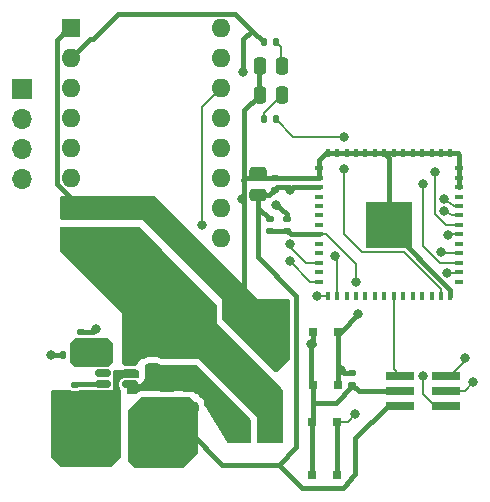
<source format=gbr>
%TF.GenerationSoftware,KiCad,Pcbnew,7.0.6*%
%TF.CreationDate,2023-09-28T21:06:28-04:00*%
%TF.ProjectId,Welder_Knob,57656c64-6572-45f4-9b6e-6f622e6b6963,rev?*%
%TF.SameCoordinates,Original*%
%TF.FileFunction,Copper,L1,Top*%
%TF.FilePolarity,Positive*%
%FSLAX46Y46*%
G04 Gerber Fmt 4.6, Leading zero omitted, Abs format (unit mm)*
G04 Created by KiCad (PCBNEW 7.0.6) date 2023-09-28 21:06:28*
%MOMM*%
%LPD*%
G01*
G04 APERTURE LIST*
G04 Aperture macros list*
%AMRoundRect*
0 Rectangle with rounded corners*
0 $1 Rounding radius*
0 $2 $3 $4 $5 $6 $7 $8 $9 X,Y pos of 4 corners*
0 Add a 4 corners polygon primitive as box body*
4,1,4,$2,$3,$4,$5,$6,$7,$8,$9,$2,$3,0*
0 Add four circle primitives for the rounded corners*
1,1,$1+$1,$2,$3*
1,1,$1+$1,$4,$5*
1,1,$1+$1,$6,$7*
1,1,$1+$1,$8,$9*
0 Add four rect primitives between the rounded corners*
20,1,$1+$1,$2,$3,$4,$5,0*
20,1,$1+$1,$4,$5,$6,$7,0*
20,1,$1+$1,$6,$7,$8,$9,0*
20,1,$1+$1,$8,$9,$2,$3,0*%
G04 Aperture macros list end*
%TA.AperFunction,SMDPad,CuDef*%
%ADD10R,2.400000X0.740000*%
%TD*%
%TA.AperFunction,ComponentPad*%
%ADD11R,1.600000X1.600000*%
%TD*%
%TA.AperFunction,ComponentPad*%
%ADD12O,1.600000X1.600000*%
%TD*%
%TA.AperFunction,SMDPad,CuDef*%
%ADD13RoundRect,0.250000X0.475000X-0.250000X0.475000X0.250000X-0.475000X0.250000X-0.475000X-0.250000X0*%
%TD*%
%TA.AperFunction,SMDPad,CuDef*%
%ADD14R,0.750000X0.700000*%
%TD*%
%TA.AperFunction,SMDPad,CuDef*%
%ADD15RoundRect,0.135000X0.135000X0.185000X-0.135000X0.185000X-0.135000X-0.185000X0.135000X-0.185000X0*%
%TD*%
%TA.AperFunction,SMDPad,CuDef*%
%ADD16RoundRect,0.140000X0.170000X-0.140000X0.170000X0.140000X-0.170000X0.140000X-0.170000X-0.140000X0*%
%TD*%
%TA.AperFunction,SMDPad,CuDef*%
%ADD17RoundRect,0.250000X-0.250000X-0.475000X0.250000X-0.475000X0.250000X0.475000X-0.250000X0.475000X0*%
%TD*%
%TA.AperFunction,SMDPad,CuDef*%
%ADD18RoundRect,0.140000X-0.170000X0.140000X-0.170000X-0.140000X0.170000X-0.140000X0.170000X0.140000X0*%
%TD*%
%TA.AperFunction,SMDPad,CuDef*%
%ADD19R,0.800000X0.400000*%
%TD*%
%TA.AperFunction,SMDPad,CuDef*%
%ADD20R,0.400000X0.800000*%
%TD*%
%TA.AperFunction,SMDPad,CuDef*%
%ADD21R,4.000000X4.000000*%
%TD*%
%TA.AperFunction,SMDPad,CuDef*%
%ADD22RoundRect,0.225000X-0.250000X0.225000X-0.250000X-0.225000X0.250000X-0.225000X0.250000X0.225000X0*%
%TD*%
%TA.AperFunction,SMDPad,CuDef*%
%ADD23RoundRect,0.135000X-0.135000X-0.185000X0.135000X-0.185000X0.135000X0.185000X-0.135000X0.185000X0*%
%TD*%
%TA.AperFunction,SMDPad,CuDef*%
%ADD24RoundRect,0.135000X-0.185000X0.135000X-0.185000X-0.135000X0.185000X-0.135000X0.185000X0.135000X0*%
%TD*%
%TA.AperFunction,ComponentPad*%
%ADD25R,1.700000X1.700000*%
%TD*%
%TA.AperFunction,ComponentPad*%
%ADD26O,1.700000X1.700000*%
%TD*%
%TA.AperFunction,SMDPad,CuDef*%
%ADD27R,2.350000X3.500000*%
%TD*%
%TA.AperFunction,SMDPad,CuDef*%
%ADD28RoundRect,0.250000X1.500000X0.550000X-1.500000X0.550000X-1.500000X-0.550000X1.500000X-0.550000X0*%
%TD*%
%TA.AperFunction,SMDPad,CuDef*%
%ADD29RoundRect,0.150000X0.512500X0.150000X-0.512500X0.150000X-0.512500X-0.150000X0.512500X-0.150000X0*%
%TD*%
%TA.AperFunction,SMDPad,CuDef*%
%ADD30RoundRect,0.135000X0.185000X-0.135000X0.185000X0.135000X-0.185000X0.135000X-0.185000X-0.135000X0*%
%TD*%
%TA.AperFunction,ViaPad*%
%ADD31C,0.800000*%
%TD*%
%TA.AperFunction,Conductor*%
%ADD32C,0.400000*%
%TD*%
%TA.AperFunction,Conductor*%
%ADD33C,0.200000*%
%TD*%
G04 APERTURE END LIST*
D10*
%TO.P,J8,1,Pin_1*%
%TO.N,ESP_EN*%
X158450000Y-94270000D03*
%TO.P,J8,2,Pin_2*%
%TO.N,+3.3V*%
X154550000Y-94270000D03*
%TO.P,J8,3,Pin_3*%
%TO.N,ESP_TXD*%
X158450000Y-93000000D03*
%TO.P,J8,4,Pin_4*%
%TO.N,GND*%
X154550000Y-93000000D03*
%TO.P,J8,5,Pin_5*%
%TO.N,ESP_RXD*%
X158450000Y-91730000D03*
%TO.P,J8,6,Pin_6*%
%TO.N,ESP_IO0*%
X154550000Y-91730000D03*
%TD*%
D11*
%TO.P,A7,1,GND*%
%TO.N,GND*%
X126660000Y-62300000D03*
D12*
%TO.P,A7,2,VDD*%
%TO.N,+3.3V*%
X126660000Y-64840000D03*
%TO.P,A7,3,1B*%
%TO.N,M_1B*%
X126660000Y-67380000D03*
%TO.P,A7,4,1A*%
%TO.N,M_1A*%
X126660000Y-69920000D03*
%TO.P,A7,5,2A*%
%TO.N,M_2A*%
X126660000Y-72460000D03*
%TO.P,A7,6,2B*%
%TO.N,M_2B*%
X126660000Y-75000000D03*
%TO.P,A7,7,GND*%
%TO.N,GND*%
X126660000Y-77540000D03*
%TO.P,A7,8,VMOT*%
%TO.N,+12V*%
X126660000Y-80080000D03*
%TO.P,A7,9,~{ENABLE}*%
%TO.N,MOT_EN*%
X139360000Y-80080000D03*
%TO.P,A7,10,MS1*%
%TO.N,MS1*%
X139360000Y-77540000D03*
%TO.P,A7,11,MS2*%
%TO.N,MS2*%
X139360000Y-75000000D03*
%TO.P,A7,12,MS3*%
%TO.N,MS3*%
X139360000Y-72460000D03*
%TO.P,A7,13,~{RESET}*%
%TO.N,MOT_RST*%
X139360000Y-69920000D03*
%TO.P,A7,14,~{SLEEP}*%
%TO.N,MOT_SLEEP*%
X139360000Y-67380000D03*
%TO.P,A7,15,STEP*%
%TO.N,MOT_STEP*%
X139360000Y-64840000D03*
%TO.P,A7,16,DIR*%
%TO.N,MOT_DIR*%
X139360000Y-62300000D03*
%TD*%
D13*
%TO.P,C11,1*%
%TO.N,+3.3V*%
X142500000Y-76430000D03*
%TO.P,C11,2*%
%TO.N,GND*%
X142500000Y-74530000D03*
%TD*%
%TO.P,C10,1*%
%TO.N,+3.3V*%
X136750000Y-94450000D03*
%TO.P,C10,2*%
%TO.N,GND*%
X136750000Y-92550000D03*
%TD*%
%TO.P,C9,1*%
%TO.N,+3.3V*%
X134800000Y-94450000D03*
%TO.P,C9,2*%
%TO.N,GND*%
X134800000Y-92550000D03*
%TD*%
D14*
%TO.P,SW7,1,1*%
%TO.N,GND*%
X147125000Y-92500000D03*
X147125000Y-88000000D03*
%TO.P,SW7,2,2*%
%TO.N,ESP_EN*%
X149275000Y-92500000D03*
X149275000Y-88000000D03*
%TD*%
D15*
%TO.P,R11,1*%
%TO.N,S_LED*%
X144010000Y-70000000D03*
%TO.P,R11,2*%
%TO.N,Net-(D8-A)*%
X142990000Y-70000000D03*
%TD*%
D16*
%TO.P,C13,1*%
%TO.N,ESP_EN*%
X145000000Y-79450000D03*
%TO.P,C13,2*%
%TO.N,GND*%
X145000000Y-78490000D03*
%TD*%
D17*
%TO.P,D7,1,K*%
%TO.N,GND*%
X142650000Y-65540000D03*
%TO.P,D7,2,A*%
%TO.N,Net-(D7-A)*%
X144550000Y-65540000D03*
%TD*%
D16*
%TO.P,C12,1*%
%TO.N,+3.3V*%
X143940000Y-75960000D03*
%TO.P,C12,2*%
%TO.N,GND*%
X143940000Y-75000000D03*
%TD*%
D18*
%TO.P,C14,1*%
%TO.N,ESP_EN*%
X150500000Y-91520000D03*
%TO.P,C14,2*%
%TO.N,GND*%
X150500000Y-92480000D03*
%TD*%
D19*
%TO.P,IC7,1,GND_1*%
%TO.N,GND*%
X147700000Y-74150000D03*
%TO.P,IC7,2,GND_2*%
X147700000Y-74950000D03*
%TO.P,IC7,3,3V3*%
%TO.N,+3.3V*%
X147700000Y-75750000D03*
%TO.P,IC7,4,I36*%
%TO.N,unconnected-(IC7-I36-Pad4)*%
X147700000Y-76550000D03*
%TO.P,IC7,5,I37*%
%TO.N,unconnected-(IC7-I37-Pad5)*%
X147700000Y-77350000D03*
%TO.P,IC7,6,I38*%
%TO.N,unconnected-(IC7-I38-Pad6)*%
X147700000Y-78150000D03*
%TO.P,IC7,7,I39*%
%TO.N,unconnected-(IC7-I39-Pad7)*%
X147700000Y-78950000D03*
%TO.P,IC7,8,EN*%
%TO.N,ESP_EN*%
X147700000Y-79750000D03*
%TO.P,IC7,9,I34*%
%TO.N,unconnected-(IC7-I34-Pad9)*%
X147700000Y-80550000D03*
%TO.P,IC7,10,I35*%
%TO.N,unconnected-(IC7-I35-Pad10)*%
X147700000Y-81350000D03*
%TO.P,IC7,11,IO32*%
%TO.N,MS3*%
X147700000Y-82150000D03*
%TO.P,IC7,12,IO33*%
%TO.N,unconnected-(IC7-IO33-Pad12)*%
X147700000Y-82950000D03*
%TO.P,IC7,13,IO25*%
%TO.N,MS2*%
X147700000Y-83750000D03*
D20*
%TO.P,IC7,14,IO26*%
%TO.N,MOT_RST*%
X148400000Y-85000000D03*
%TO.P,IC7,15,IO27*%
%TO.N,MS1*%
X149200000Y-85000000D03*
%TO.P,IC7,16,IO14*%
%TO.N,unconnected-(IC7-IO14-Pad16)*%
X150000000Y-85000000D03*
%TO.P,IC7,17,IO12*%
%TO.N,unconnected-(IC7-IO12-Pad17)*%
X150800000Y-85000000D03*
%TO.P,IC7,18,IO13*%
%TO.N,POT*%
X151600000Y-85000000D03*
%TO.P,IC7,19,IO15*%
%TO.N,unconnected-(IC7-IO15-Pad19)*%
X152400000Y-85000000D03*
%TO.P,IC7,20,IO2*%
%TO.N,unconnected-(IC7-IO2-Pad20)*%
X153200000Y-85000000D03*
%TO.P,IC7,21,IO0*%
%TO.N,ESP_IO0*%
X154000000Y-85000000D03*
%TO.P,IC7,22,IO4*%
%TO.N,unconnected-(IC7-IO4-Pad22)*%
X154800000Y-85000000D03*
%TO.P,IC7,23,NC*%
%TO.N,unconnected-(IC7-NC-Pad23)*%
X155600000Y-85000000D03*
%TO.P,IC7,24,NC*%
%TO.N,unconnected-(IC7-NC-Pad24)*%
X156400000Y-85000000D03*
%TO.P,IC7,25,IO9*%
%TO.N,unconnected-(IC7-IO9-Pad25)*%
X157200000Y-85000000D03*
%TO.P,IC7,26,IO10*%
%TO.N,S_LED*%
X158000000Y-85000000D03*
%TO.P,IC7,27,GND*%
%TO.N,GND*%
X158800000Y-85000000D03*
D19*
%TO.P,IC7,28,NC*%
%TO.N,unconnected-(IC7-NC-Pad28)*%
X159500000Y-83750000D03*
%TO.P,IC7,29,IO5*%
%TO.N,Button*%
X159500000Y-82950000D03*
%TO.P,IC7,30,IO18*%
%TO.N,MOT_STEP*%
X159500000Y-82150000D03*
%TO.P,IC7,31,IO23*%
%TO.N,MOT_EN*%
X159500000Y-81350000D03*
%TO.P,IC7,32,IO19*%
%TO.N,unconnected-(IC7-IO19-Pad32)*%
X159500000Y-80550000D03*
%TO.P,IC7,33,IO22*%
%TO.N,MOT_SLEEP*%
X159500000Y-79750000D03*
%TO.P,IC7,34,IO21*%
%TO.N,MOT_DIR*%
X159500000Y-78950000D03*
%TO.P,IC7,35,RXD0*%
%TO.N,ESP_RXD*%
X159500000Y-78150000D03*
%TO.P,IC7,36,TXD0*%
%TO.N,ESP_TXD*%
X159500000Y-77350000D03*
%TO.P,IC7,37,NC*%
%TO.N,unconnected-(IC7-NC-Pad37)*%
X159500000Y-76550000D03*
%TO.P,IC7,38,GND*%
%TO.N,GND*%
X159500000Y-75750000D03*
%TO.P,IC7,39,GND*%
X159500000Y-74950000D03*
%TO.P,IC7,40,GND*%
X159500000Y-74150000D03*
D20*
%TO.P,IC7,41,GND*%
X158800000Y-72900000D03*
%TO.P,IC7,42,GND*%
X158000000Y-72900000D03*
%TO.P,IC7,43,GND*%
X157200000Y-72900000D03*
%TO.P,IC7,44,GND*%
X156400000Y-72900000D03*
%TO.P,IC7,45,GND*%
X155600000Y-72900000D03*
%TO.P,IC7,46,GND*%
X154800000Y-72900000D03*
%TO.P,IC7,47,GND*%
X154000000Y-72900000D03*
%TO.P,IC7,48,GND*%
X153200000Y-72900000D03*
%TO.P,IC7,49,GND*%
X152400000Y-72900000D03*
%TO.P,IC7,50,GND*%
X151600000Y-72900000D03*
%TO.P,IC7,51,GND*%
X150800000Y-72900000D03*
%TO.P,IC7,52,GND*%
X150000000Y-72900000D03*
%TO.P,IC7,53,GND*%
X149200000Y-72900000D03*
%TO.P,IC7,54,GND*%
X148400000Y-72900000D03*
D21*
%TO.P,IC7,55,GND*%
X153600000Y-78950000D03*
%TD*%
D22*
%TO.P,C7,1*%
%TO.N,+12V*%
X133600000Y-89525000D03*
%TO.P,C7,2*%
%TO.N,GND*%
X133600000Y-91075000D03*
%TD*%
D23*
%TO.P,R7,1*%
%TO.N,+3.3V*%
X125990000Y-90000000D03*
%TO.P,R7,2*%
%TO.N,/FB*%
X127010000Y-90000000D03*
%TD*%
D24*
%TO.P,R10,1*%
%TO.N,+3.3V*%
X143500000Y-78490000D03*
%TO.P,R10,2*%
%TO.N,ESP_EN*%
X143500000Y-79510000D03*
%TD*%
D25*
%TO.P,J9,1,Pin_1*%
%TO.N,M_1B*%
X122500000Y-67460000D03*
D26*
%TO.P,J9,2,Pin_2*%
%TO.N,M_1A*%
X122500000Y-70000000D03*
%TO.P,J9,3,Pin_3*%
%TO.N,M_2A*%
X122500000Y-72540000D03*
%TO.P,J9,4,Pin_4*%
%TO.N,M_2B*%
X122500000Y-75080000D03*
%TD*%
D18*
%TO.P,C8,1*%
%TO.N,/BST*%
X127000000Y-92520000D03*
%TO.P,C8,2*%
%TO.N,/SW*%
X127000000Y-93480000D03*
%TD*%
D17*
%TO.P,D8,1,K*%
%TO.N,GND*%
X142650000Y-67950000D03*
%TO.P,D8,2,A*%
%TO.N,Net-(D8-A)*%
X144550000Y-67950000D03*
%TD*%
D27*
%TO.P,L7,1*%
%TO.N,/SW*%
X126887500Y-97500000D03*
%TO.P,L7,2*%
%TO.N,+3.3V*%
X132937500Y-97500000D03*
%TD*%
D28*
%TO.P,C16,1*%
%TO.N,GND*%
X142800000Y-86500000D03*
%TO.P,C16,2*%
%TO.N,+12V*%
X137200000Y-86500000D03*
%TD*%
D25*
%TO.P,J7,1,Pin_1*%
%TO.N,+12V*%
X143490000Y-96325000D03*
D26*
%TO.P,J7,2,Pin_2*%
%TO.N,GND*%
X140950000Y-96325000D03*
%TD*%
D29*
%TO.P,U7,1,GND*%
%TO.N,GND*%
X131637500Y-92450000D03*
%TO.P,U7,2,SW*%
%TO.N,/SW*%
X131637500Y-91500000D03*
%TO.P,U7,3,VIN*%
%TO.N,+12V*%
X131637500Y-90550000D03*
%TO.P,U7,4,FB*%
%TO.N,/FB*%
X129362500Y-90550000D03*
%TO.P,U7,5,EN*%
%TO.N,3.3V_EN*%
X129362500Y-91500000D03*
%TO.P,U7,6,BST*%
%TO.N,/BST*%
X129362500Y-92450000D03*
%TD*%
D14*
%TO.P,SW8,1,1*%
%TO.N,GND*%
X147075000Y-100150000D03*
X147075000Y-95650000D03*
%TO.P,SW8,2,2*%
%TO.N,Button*%
X149225000Y-100150000D03*
X149225000Y-95650000D03*
%TD*%
D30*
%TO.P,R8,1*%
%TO.N,/FB*%
X127500000Y-89010000D03*
%TO.P,R8,2*%
%TO.N,GND*%
X127500000Y-87990000D03*
%TD*%
D23*
%TO.P,R9,1*%
%TO.N,+3.3V*%
X143000000Y-63500000D03*
%TO.P,R9,2*%
%TO.N,Net-(D7-A)*%
X144020000Y-63500000D03*
%TD*%
D31*
%TO.N,GND*%
X143800000Y-90050000D03*
X140100000Y-94300000D03*
X139300000Y-94500000D03*
X139500000Y-93700000D03*
X147000000Y-89000000D03*
X138900000Y-93100000D03*
X141183724Y-76794480D03*
X144000000Y-77250000D03*
X143400000Y-88650000D03*
X144000000Y-89250000D03*
X142600000Y-88850000D03*
X138300000Y-92500000D03*
X128750000Y-87750000D03*
X138700000Y-93900000D03*
X144600000Y-89850000D03*
X138100000Y-93300000D03*
X142800000Y-88050000D03*
X143200000Y-89450000D03*
%TO.N,+3.3V*%
X135200000Y-95700000D03*
X141250000Y-66000000D03*
X125000000Y-90000000D03*
X145250000Y-76000000D03*
%TO.N,MOT_EN*%
X158000000Y-81250000D03*
%TO.N,MOT_RST*%
X147500000Y-85000000D03*
%TO.N,MOT_SLEEP*%
X158600000Y-79800000D03*
X137750000Y-79000000D03*
%TO.N,MOT_STEP*%
X156500000Y-75500000D03*
%TO.N,MOT_DIR*%
X157500000Y-74500000D03*
%TO.N,ESP_EN*%
X156500000Y-91750000D03*
X151000000Y-86500000D03*
X150800000Y-83800000D03*
X149500000Y-91250000D03*
%TO.N,Button*%
X150750000Y-95000000D03*
X158500000Y-83000000D03*
%TO.N,S_LED*%
X149750000Y-74250000D03*
X149750000Y-71500000D03*
%TO.N,ESP_RXD*%
X158250000Y-77750000D03*
X160000000Y-90250000D03*
%TO.N,ESP_TXD*%
X160750000Y-92250000D03*
X158250000Y-76750000D03*
%TO.N,MS1*%
X149000000Y-81600000D03*
%TO.N,MS2*%
X145200000Y-82000000D03*
%TO.N,MS3*%
X145200000Y-80600000D03*
%TD*%
D32*
%TO.N,GND*%
X141300000Y-84450000D02*
X141250000Y-84500000D01*
X141250000Y-75150000D02*
X141300000Y-75200000D01*
X141300000Y-75200000D02*
X141300000Y-84450000D01*
X141300000Y-69250000D02*
X141300000Y-75100000D01*
X142550000Y-68000000D02*
X141300000Y-69250000D01*
X141300000Y-75100000D02*
X141250000Y-75150000D01*
X141400000Y-75000000D02*
X141250000Y-75150000D01*
X141400000Y-75000000D02*
X142500000Y-75000000D01*
%TO.N,+3.3V*%
X143470000Y-76430000D02*
X143940000Y-75960000D01*
X142500000Y-76430000D02*
X143470000Y-76430000D01*
X142500000Y-77500000D02*
X142500000Y-76430000D01*
%TO.N,GND*%
X142500000Y-75000000D02*
X143940000Y-75000000D01*
X126660000Y-62300000D02*
X126450000Y-62300000D01*
X148250000Y-72900000D02*
X147700000Y-73450000D01*
X143940000Y-75000000D02*
X147650000Y-75000000D01*
X127500000Y-87990000D02*
X128510000Y-87990000D01*
X128510000Y-87990000D02*
X128750000Y-87750000D01*
X147125000Y-88000000D02*
X147200000Y-88000000D01*
X147200000Y-88800000D02*
X147000000Y-89000000D01*
X158800000Y-72900000D02*
X159400000Y-72900000D01*
X127712943Y-77750000D02*
X127750000Y-77750000D01*
X153600000Y-78950000D02*
X153600000Y-73300000D01*
X145000000Y-78000000D02*
X144000000Y-77250000D01*
X149093675Y-94000000D02*
X150500000Y-92593675D01*
X143500000Y-86500000D02*
X142800000Y-86500000D01*
X125460000Y-63290000D02*
X125460000Y-75497057D01*
X147000000Y-89000000D02*
X147000000Y-92375000D01*
X151020000Y-93000000D02*
X154550000Y-93000000D01*
X147125000Y-89125000D02*
X147000000Y-89000000D01*
X125460000Y-75497057D02*
X127712943Y-77750000D01*
X147075000Y-95650000D02*
X147075000Y-100150000D01*
X126450000Y-62300000D02*
X125460000Y-63290000D01*
X153600000Y-79231371D02*
X153600000Y-78950000D01*
X145000000Y-78490000D02*
X145000000Y-78000000D01*
X147650000Y-75000000D02*
X147700000Y-74950000D01*
X147125000Y-94000000D02*
X147125000Y-95600000D01*
X150500000Y-92480000D02*
X151020000Y-93000000D01*
X148400000Y-72900000D02*
X148250000Y-72900000D01*
X147125000Y-95600000D02*
X147075000Y-95650000D01*
X159400000Y-72900000D02*
X159500000Y-73000000D01*
X150500000Y-92593675D02*
X150500000Y-92480000D01*
X147200000Y-88000000D02*
X147200000Y-88800000D01*
X158800000Y-84431371D02*
X153600000Y-79231371D01*
X147700000Y-73450000D02*
X147700000Y-74150000D01*
X159500000Y-73000000D02*
X159500000Y-74150000D01*
X147125000Y-92500000D02*
X147125000Y-94000000D01*
X147000000Y-89000000D02*
X147250000Y-89000000D01*
X158800000Y-85000000D02*
X158800000Y-84431371D01*
X142550000Y-65500000D02*
X142550000Y-68000000D01*
X147125000Y-94000000D02*
X149093675Y-94000000D01*
X158800000Y-72900000D02*
X148400000Y-72900000D01*
X153600000Y-73300000D02*
X153200000Y-72900000D01*
X147000000Y-92375000D02*
X147125000Y-92500000D01*
X159500000Y-75750000D02*
X159500000Y-74150000D01*
X147700000Y-74950000D02*
X147700000Y-74150000D01*
%TO.N,+3.3V*%
X144250000Y-99250000D02*
X139500000Y-99250000D01*
X130650000Y-61100000D02*
X140600000Y-61100000D01*
X146200000Y-101200000D02*
X144250000Y-99250000D01*
X125990000Y-90000000D02*
X125000000Y-90000000D01*
X144150000Y-75750000D02*
X143940000Y-75960000D01*
X154550000Y-94270000D02*
X153480000Y-94270000D01*
X147700000Y-75750000D02*
X145500000Y-75750000D01*
X143500000Y-78490000D02*
X143490000Y-78490000D01*
X142500000Y-77500000D02*
X142500000Y-81700000D01*
X150400000Y-100400000D02*
X150400000Y-100500000D01*
X149700000Y-101200000D02*
X146200000Y-101200000D01*
X128500000Y-63250000D02*
X130650000Y-61100000D01*
X145250000Y-76000000D02*
X145000000Y-75750000D01*
X126660000Y-64840000D02*
X128250000Y-63250000D01*
X141250000Y-63250000D02*
X141250000Y-66000000D01*
X150400000Y-100500000D02*
X149700000Y-101200000D01*
X150750000Y-97000000D02*
X150750000Y-100050000D01*
X140600000Y-61100000D02*
X142000000Y-62500000D01*
X145000000Y-75750000D02*
X144150000Y-75750000D01*
X139500000Y-99250000D02*
X136750000Y-96500000D01*
X145500000Y-75750000D02*
X145250000Y-76000000D01*
X128250000Y-63250000D02*
X128500000Y-63250000D01*
X145750000Y-97750000D02*
X144250000Y-99250000D01*
X142000000Y-62500000D02*
X143000000Y-63500000D01*
X150750000Y-100050000D02*
X150400000Y-100400000D01*
X142000000Y-62500000D02*
X141250000Y-63250000D01*
X143490000Y-78490000D02*
X142500000Y-77500000D01*
X145750000Y-84950000D02*
X145750000Y-97750000D01*
X142500000Y-81700000D02*
X145750000Y-84950000D01*
X153480000Y-94270000D02*
X150750000Y-97000000D01*
D33*
%TO.N,MOT_EN*%
X158100000Y-81350000D02*
X158000000Y-81250000D01*
X159500000Y-81350000D02*
X158100000Y-81350000D01*
%TO.N,MOT_RST*%
X148400000Y-85000000D02*
X147500000Y-85000000D01*
%TO.N,MOT_SLEEP*%
X137750000Y-68990000D02*
X137750000Y-79000000D01*
X158650000Y-79750000D02*
X158600000Y-79800000D01*
X139360000Y-67380000D02*
X137750000Y-68990000D01*
X159500000Y-79750000D02*
X158650000Y-79750000D01*
%TO.N,MOT_STEP*%
X156500000Y-80739950D02*
X156500000Y-75500000D01*
X159500000Y-82150000D02*
X157910050Y-82150000D01*
X157910050Y-82150000D02*
X156500000Y-80739950D01*
%TO.N,MOT_DIR*%
X159500000Y-78950000D02*
X158460050Y-78950000D01*
X158460050Y-78950000D02*
X157500000Y-77989950D01*
X157500000Y-77989950D02*
X157500000Y-74500000D01*
D32*
%TO.N,/BST*%
X127070000Y-92450000D02*
X127000000Y-92520000D01*
X129362500Y-92450000D02*
X127070000Y-92450000D01*
%TO.N,ESP_EN*%
X149500000Y-88000000D02*
X151000000Y-86500000D01*
X145300000Y-79750000D02*
X147700000Y-79750000D01*
D33*
X150800000Y-82250000D02*
X148300000Y-79750000D01*
D32*
X143500000Y-79510000D02*
X144940000Y-79510000D01*
X149275000Y-92500000D02*
X149275000Y-88000000D01*
D33*
X156500000Y-91750000D02*
X156500000Y-93250000D01*
D32*
X149770000Y-91520000D02*
X149500000Y-91250000D01*
X149275000Y-88000000D02*
X149500000Y-88000000D01*
D33*
X150800000Y-83800000D02*
X150800000Y-82250000D01*
D32*
X145000000Y-79450000D02*
X145300000Y-79750000D01*
D33*
X156500000Y-93250000D02*
X157520000Y-94270000D01*
X148300000Y-79750000D02*
X147700000Y-79750000D01*
X157520000Y-94270000D02*
X158450000Y-94270000D01*
D32*
X144940000Y-79510000D02*
X145000000Y-79450000D01*
X150500000Y-91520000D02*
X149770000Y-91520000D01*
%TO.N,Button*%
X149225000Y-100150000D02*
X149225000Y-95650000D01*
D33*
X149225000Y-95650000D02*
X150100000Y-95650000D01*
X159500000Y-82950000D02*
X159500000Y-83000000D01*
X149250000Y-95650000D02*
X149400000Y-95800000D01*
X150100000Y-95650000D02*
X150750000Y-95000000D01*
X149225000Y-95650000D02*
X149250000Y-95650000D01*
X159500000Y-83000000D02*
X158500000Y-83000000D01*
%TO.N,ESP_IO0*%
X154000000Y-91180000D02*
X154550000Y-91730000D01*
X154000000Y-85000000D02*
X154000000Y-91180000D01*
%TO.N,S_LED*%
X145510000Y-71500000D02*
X149750000Y-71500000D01*
X158000000Y-84400000D02*
X154850000Y-81250000D01*
X144010000Y-70000000D02*
X145510000Y-71500000D01*
X154850000Y-81250000D02*
X151300000Y-81250000D01*
X149750000Y-79700000D02*
X149750000Y-74250000D01*
X158000000Y-85000000D02*
X158000000Y-84400000D01*
X151300000Y-81250000D02*
X149750000Y-79700000D01*
%TO.N,ESP_RXD*%
X158770000Y-91730000D02*
X158450000Y-91730000D01*
X158900000Y-78150000D02*
X158250000Y-77750000D01*
X160000000Y-90250000D02*
X160000000Y-90500000D01*
X159500000Y-78150000D02*
X158900000Y-78150000D01*
X160000000Y-90500000D02*
X158770000Y-91730000D01*
%TO.N,ESP_TXD*%
X159500000Y-77350000D02*
X159100000Y-77350000D01*
X159100000Y-77350000D02*
X158250000Y-76750000D01*
X160000000Y-93000000D02*
X160750000Y-92250000D01*
X158450000Y-93000000D02*
X160000000Y-93000000D01*
%TO.N,MS1*%
X149200000Y-85000000D02*
X149200000Y-81800000D01*
X149200000Y-81800000D02*
X149000000Y-81600000D01*
%TO.N,MS2*%
X147700000Y-83750000D02*
X146950000Y-83750000D01*
X146950000Y-83750000D02*
X145200000Y-82000000D01*
%TO.N,MS3*%
X147700000Y-82150000D02*
X146550000Y-82150000D01*
X145000000Y-80600000D02*
X145000000Y-80600000D01*
X146550000Y-82150000D02*
X145200000Y-80800000D01*
X145200000Y-80800000D02*
X145200000Y-80600000D01*
X145200000Y-80600000D02*
X145000000Y-80600000D01*
%TO.N,Net-(D7-A)*%
X144450000Y-65500000D02*
X144450000Y-63930000D01*
X144450000Y-63930000D02*
X144020000Y-63500000D01*
%TO.N,Net-(D8-A)*%
X142990000Y-70000000D02*
X142990000Y-69460000D01*
X142990000Y-69460000D02*
X144450000Y-68000000D01*
%TD*%
%TA.AperFunction,Conductor*%
%TO.N,GND*%
G36*
X133904493Y-90636292D02*
G01*
X133929851Y-90644695D01*
X133955939Y-90656861D01*
X133955941Y-90656862D01*
X134034407Y-90705260D01*
X134034739Y-90705484D01*
X134034948Y-90705626D01*
X134034955Y-90705629D01*
X134035534Y-90705955D01*
X134041419Y-90709585D01*
X134041419Y-90709584D01*
X134064656Y-90723916D01*
X134065947Y-90723984D01*
X134082086Y-90730976D01*
X134109124Y-90745046D01*
X134112563Y-90745976D01*
X134114414Y-90747110D01*
X134115355Y-90747477D01*
X134115289Y-90747645D01*
X134124311Y-90753173D01*
X134164191Y-90764883D01*
X134164228Y-90764895D01*
X134165831Y-90765365D01*
X134165839Y-90765369D01*
X134166248Y-90765489D01*
X134166248Y-90765487D01*
X134166871Y-90765670D01*
X134166871Y-90765671D01*
X134232766Y-90785021D01*
X134232776Y-90785024D01*
X134375192Y-90805500D01*
X137239254Y-90805500D01*
X137306293Y-90825185D01*
X137326935Y-90841819D01*
X141858181Y-95373064D01*
X141891666Y-95434387D01*
X141894500Y-95460745D01*
X141894500Y-97276000D01*
X141874815Y-97343039D01*
X141822011Y-97388794D01*
X141770500Y-97400000D01*
X139969624Y-97400000D01*
X139902585Y-97380315D01*
X139863753Y-97340555D01*
X137993628Y-94273549D01*
X137975499Y-94208994D01*
X137975499Y-94149998D01*
X137975498Y-94149981D01*
X137964999Y-94047203D01*
X137964998Y-94047200D01*
X137963313Y-94042116D01*
X137909814Y-93880666D01*
X137817712Y-93731344D01*
X137693656Y-93607288D01*
X137693655Y-93607287D01*
X137548598Y-93517816D01*
X137507826Y-93476835D01*
X137400000Y-93300000D01*
X137399999Y-93300000D01*
X137304407Y-93300000D01*
X137237368Y-93280315D01*
X137211809Y-93258472D01*
X137184234Y-93227511D01*
X137153039Y-93192485D01*
X137128472Y-93168415D01*
X137115331Y-93157185D01*
X137089844Y-93135402D01*
X137089845Y-93135402D01*
X137034726Y-93094434D01*
X136903850Y-93034663D01*
X136836813Y-93014978D01*
X136836807Y-93014976D01*
X136751354Y-93002690D01*
X136694388Y-92994500D01*
X132700323Y-92994500D01*
X132673284Y-92995949D01*
X132673276Y-92995949D01*
X132673273Y-92995950D01*
X132673272Y-92995950D01*
X132633464Y-93000231D01*
X132580054Y-93008885D01*
X132580052Y-93008885D01*
X132445247Y-93059166D01*
X132383922Y-93092651D01*
X132268740Y-93178876D01*
X132268736Y-93178879D01*
X132228321Y-93219294D01*
X132183933Y-93263682D01*
X132122613Y-93297166D01*
X132096254Y-93300000D01*
X131529499Y-93300000D01*
X131462460Y-93280315D01*
X131416705Y-93227511D01*
X131405499Y-93176000D01*
X131405499Y-92908511D01*
X131405499Y-92908508D01*
X131404050Y-92881476D01*
X131399771Y-92841662D01*
X131395864Y-92817550D01*
X131391115Y-92788241D01*
X131391114Y-92788238D01*
X131370759Y-92733664D01*
X131340834Y-92653429D01*
X131332641Y-92638425D01*
X131317790Y-92570155D01*
X131342206Y-92504691D01*
X131398139Y-92462819D01*
X131441474Y-92455000D01*
X132169434Y-92455000D01*
X132183274Y-92455500D01*
X132275990Y-92455500D01*
X132276000Y-92455500D01*
X132383456Y-92443947D01*
X132434967Y-92432741D01*
X132469197Y-92421347D01*
X132537497Y-92398616D01*
X132537501Y-92398613D01*
X132537504Y-92398613D01*
X132658543Y-92320825D01*
X132711347Y-92275070D01*
X132805567Y-92166336D01*
X132857132Y-92053425D01*
X132883545Y-92015977D01*
X132899999Y-91999999D01*
X132900000Y-92000000D01*
X132900000Y-91873122D01*
X132901262Y-91855475D01*
X132905500Y-91826000D01*
X132905500Y-91374000D01*
X132900355Y-91326145D01*
X132900000Y-91319531D01*
X132900000Y-90896370D01*
X132919684Y-90829335D01*
X132972488Y-90783580D01*
X132994432Y-90775951D01*
X133026117Y-90768171D01*
X133026117Y-90768170D01*
X133026121Y-90768170D01*
X133078431Y-90747059D01*
X133078430Y-90747058D01*
X133103775Y-90736830D01*
X133104559Y-90735876D01*
X133124946Y-90724635D01*
X133156188Y-90711061D01*
X133244060Y-90656859D01*
X133270140Y-90644698D01*
X133295505Y-90636292D01*
X133334504Y-90630000D01*
X133865494Y-90630000D01*
X133904493Y-90636292D01*
G37*
%TD.AperFunction*%
%TD*%
%TA.AperFunction,Conductor*%
%TO.N,/SW*%
G36*
X132343039Y-91269685D02*
G01*
X132388794Y-91322489D01*
X132400000Y-91374000D01*
X132400000Y-91826000D01*
X132380315Y-91893039D01*
X132327511Y-91938794D01*
X132276000Y-91950000D01*
X132192398Y-91950000D01*
X132187912Y-91949838D01*
X132183263Y-91949500D01*
X132183260Y-91949500D01*
X131091740Y-91949500D01*
X131091739Y-91949500D01*
X131023608Y-91959426D01*
X130918514Y-92010803D01*
X130835803Y-92093514D01*
X130784426Y-92198608D01*
X130774500Y-92266739D01*
X130774500Y-92633260D01*
X130784426Y-92701391D01*
X130784427Y-92701393D01*
X130835802Y-92806483D01*
X130835805Y-92806486D01*
X130863681Y-92834363D01*
X130897166Y-92895687D01*
X130899999Y-92922043D01*
X130900000Y-98598637D01*
X130880315Y-98665676D01*
X130863681Y-98686318D01*
X130136319Y-99413681D01*
X130074996Y-99447166D01*
X130048638Y-99450000D01*
X125851362Y-99450000D01*
X125784323Y-99430315D01*
X125763681Y-99413681D01*
X125036319Y-98686319D01*
X125002834Y-98624996D01*
X125000000Y-98598638D01*
X125000000Y-93074000D01*
X125019685Y-93006961D01*
X125072489Y-92961206D01*
X125124000Y-92950000D01*
X126618725Y-92950000D01*
X126671129Y-92961617D01*
X126740513Y-92993972D01*
X126790099Y-93000500D01*
X127209900Y-93000499D01*
X127259487Y-92993972D01*
X127328870Y-92961617D01*
X127381275Y-92950000D01*
X128807602Y-92950000D01*
X128812088Y-92950162D01*
X128816736Y-92950499D01*
X128816740Y-92950500D01*
X128816744Y-92950500D01*
X129908256Y-92950500D01*
X129908260Y-92950500D01*
X129908263Y-92950499D01*
X129912912Y-92950162D01*
X129917398Y-92950000D01*
X130200000Y-92950000D01*
X130200000Y-92761935D01*
X130212601Y-92707472D01*
X130215573Y-92701392D01*
X130215791Y-92699900D01*
X130225500Y-92633260D01*
X130225500Y-92266740D01*
X130215573Y-92198607D01*
X130212598Y-92192521D01*
X130200000Y-92138064D01*
X130200000Y-91811935D01*
X130212601Y-91757472D01*
X130215573Y-91751392D01*
X130225500Y-91683260D01*
X130225500Y-91374000D01*
X130245185Y-91306961D01*
X130297989Y-91261206D01*
X130349500Y-91250000D01*
X132276000Y-91250000D01*
X132343039Y-91269685D01*
G37*
%TD.AperFunction*%
%TD*%
%TA.AperFunction,Conductor*%
%TO.N,GND*%
G36*
X133765677Y-76519685D02*
G01*
X133786319Y-76536319D01*
X142500000Y-85250000D01*
X145126000Y-85250000D01*
X145193039Y-85269685D01*
X145238794Y-85322489D01*
X145250000Y-85374000D01*
X145250000Y-90198638D01*
X145230315Y-90265677D01*
X145213681Y-90286319D01*
X144087681Y-91412318D01*
X144026358Y-91445803D01*
X143956666Y-91440819D01*
X143912319Y-91412318D01*
X139536319Y-87036319D01*
X139502834Y-86974996D01*
X139500000Y-86948638D01*
X139500000Y-85250000D01*
X132750000Y-78500000D01*
X125874000Y-78500000D01*
X125806961Y-78480315D01*
X125761206Y-78427511D01*
X125750000Y-78376000D01*
X125750000Y-76624000D01*
X125769685Y-76556961D01*
X125822489Y-76511206D01*
X125874000Y-76500000D01*
X133698638Y-76500000D01*
X133765677Y-76519685D01*
G37*
%TD.AperFunction*%
%TD*%
%TA.AperFunction,Conductor*%
%TO.N,+3.3V*%
G36*
X136761427Y-93519685D02*
G01*
X136786986Y-93541528D01*
X137431099Y-94264743D01*
X137460986Y-94327897D01*
X137462500Y-94347213D01*
X137462500Y-98246784D01*
X137442815Y-98313823D01*
X137423928Y-98336662D01*
X136235899Y-99465878D01*
X136173746Y-99497796D01*
X136150471Y-99500000D01*
X132113862Y-99500000D01*
X132046823Y-99480315D01*
X132026181Y-99463681D01*
X131498819Y-98936319D01*
X131465334Y-98874996D01*
X131462500Y-98848638D01*
X131462500Y-94751362D01*
X131482185Y-94684323D01*
X131498819Y-94663681D01*
X132626181Y-93536319D01*
X132687504Y-93502834D01*
X132713862Y-93500000D01*
X136694388Y-93500000D01*
X136761427Y-93519685D01*
G37*
%TD.AperFunction*%
%TD*%
%TA.AperFunction,Conductor*%
%TO.N,+12V*%
G36*
X132515122Y-79119685D02*
G01*
X132536428Y-79136989D01*
X134419113Y-81048638D01*
X138964348Y-85663799D01*
X138997364Y-85725376D01*
X139000000Y-85750808D01*
X139000000Y-87300000D01*
X144563682Y-92863682D01*
X144597166Y-92925003D01*
X144600000Y-92951361D01*
X144600000Y-97276000D01*
X144580315Y-97343039D01*
X144527511Y-97388794D01*
X144476000Y-97400000D01*
X142524000Y-97400000D01*
X142456961Y-97380315D01*
X142411206Y-97327511D01*
X142400000Y-97276000D01*
X142400000Y-95200000D01*
X137500000Y-90300000D01*
X135700000Y-90300000D01*
X134375192Y-90300000D01*
X134309297Y-90280650D01*
X134309191Y-90280823D01*
X134308562Y-90280435D01*
X134308153Y-90280315D01*
X134306793Y-90279344D01*
X134158705Y-90188001D01*
X134158699Y-90187998D01*
X134158697Y-90187997D01*
X134158694Y-90187996D01*
X133997709Y-90134651D01*
X133898346Y-90124500D01*
X133301662Y-90124500D01*
X133301644Y-90124501D01*
X133202292Y-90134650D01*
X133202289Y-90134651D01*
X133041305Y-90187996D01*
X133041294Y-90188001D01*
X132890809Y-90280823D01*
X132889249Y-90278294D01*
X132836939Y-90299405D01*
X132824808Y-90300000D01*
X132600000Y-90300000D01*
X132368148Y-90647777D01*
X132314583Y-90692638D01*
X132255247Y-90702612D01*
X132215697Y-90699500D01*
X132215694Y-90699500D01*
X131123999Y-90699500D01*
X131056960Y-90679815D01*
X131011205Y-90627011D01*
X131000000Y-90575504D01*
X131000000Y-86400000D01*
X125736318Y-81136319D01*
X125702834Y-81074996D01*
X125700000Y-81048638D01*
X125700000Y-79224000D01*
X125719685Y-79156961D01*
X125772489Y-79111206D01*
X125824000Y-79100000D01*
X132448083Y-79100000D01*
X132515122Y-79119685D01*
G37*
%TD.AperFunction*%
%TD*%
%TA.AperFunction,Conductor*%
%TO.N,/FB*%
G36*
X129765677Y-88519685D02*
G01*
X129786319Y-88536319D01*
X130213681Y-88963681D01*
X130247166Y-89025004D01*
X130250000Y-89051362D01*
X130249999Y-90448637D01*
X130230314Y-90515677D01*
X130213680Y-90536318D01*
X129786819Y-90963181D01*
X129725496Y-90996666D01*
X129699138Y-90999500D01*
X128816740Y-90999500D01*
X128816736Y-90999500D01*
X128812088Y-90999838D01*
X128807602Y-91000000D01*
X127101362Y-91000000D01*
X127034323Y-90980315D01*
X127013681Y-90963681D01*
X126586319Y-90536319D01*
X126552834Y-90474996D01*
X126550000Y-90448638D01*
X126550000Y-89051362D01*
X126569685Y-88984323D01*
X126586319Y-88963681D01*
X127013681Y-88536319D01*
X127075004Y-88502834D01*
X127101362Y-88500000D01*
X129698638Y-88500000D01*
X129765677Y-88519685D01*
G37*
%TD.AperFunction*%
%TD*%
M02*

</source>
